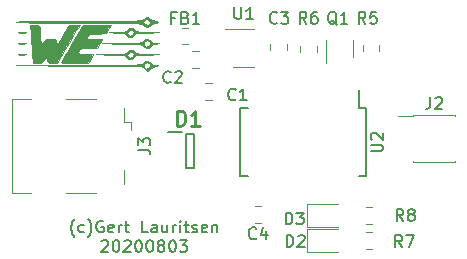
<source format=gbr>
G04 #@! TF.GenerationSoftware,KiCad,Pcbnew,(5.1.6)-1*
G04 #@! TF.CreationDate,2020-08-17T23:15:29+02:00*
G04 #@! TF.ProjectId,Programmer,50726f67-7261-46d6-9d65-722e6b696361,rev?*
G04 #@! TF.SameCoordinates,Original*
G04 #@! TF.FileFunction,Legend,Top*
G04 #@! TF.FilePolarity,Positive*
%FSLAX46Y46*%
G04 Gerber Fmt 4.6, Leading zero omitted, Abs format (unit mm)*
G04 Created by KiCad (PCBNEW (5.1.6)-1) date 2020-08-17 23:15:29*
%MOMM*%
%LPD*%
G01*
G04 APERTURE LIST*
%ADD10C,0.150000*%
%ADD11C,0.010000*%
%ADD12C,0.200000*%
%ADD13C,0.120000*%
%ADD14C,0.254000*%
G04 APERTURE END LIST*
D10*
X110695238Y-87008333D02*
X110647619Y-86960714D01*
X110552380Y-86817857D01*
X110504761Y-86722619D01*
X110457142Y-86579761D01*
X110409523Y-86341666D01*
X110409523Y-86151190D01*
X110457142Y-85913095D01*
X110504761Y-85770238D01*
X110552380Y-85675000D01*
X110647619Y-85532142D01*
X110695238Y-85484523D01*
X111504761Y-86579761D02*
X111409523Y-86627380D01*
X111219047Y-86627380D01*
X111123809Y-86579761D01*
X111076190Y-86532142D01*
X111028571Y-86436904D01*
X111028571Y-86151190D01*
X111076190Y-86055952D01*
X111123809Y-86008333D01*
X111219047Y-85960714D01*
X111409523Y-85960714D01*
X111504761Y-86008333D01*
X111838095Y-87008333D02*
X111885714Y-86960714D01*
X111980952Y-86817857D01*
X112028571Y-86722619D01*
X112076190Y-86579761D01*
X112123809Y-86341666D01*
X112123809Y-86151190D01*
X112076190Y-85913095D01*
X112028571Y-85770238D01*
X111980952Y-85675000D01*
X111885714Y-85532142D01*
X111838095Y-85484523D01*
X113123809Y-85675000D02*
X113028571Y-85627380D01*
X112885714Y-85627380D01*
X112742857Y-85675000D01*
X112647619Y-85770238D01*
X112600000Y-85865476D01*
X112552380Y-86055952D01*
X112552380Y-86198809D01*
X112600000Y-86389285D01*
X112647619Y-86484523D01*
X112742857Y-86579761D01*
X112885714Y-86627380D01*
X112980952Y-86627380D01*
X113123809Y-86579761D01*
X113171428Y-86532142D01*
X113171428Y-86198809D01*
X112980952Y-86198809D01*
X113980952Y-86579761D02*
X113885714Y-86627380D01*
X113695238Y-86627380D01*
X113600000Y-86579761D01*
X113552380Y-86484523D01*
X113552380Y-86103571D01*
X113600000Y-86008333D01*
X113695238Y-85960714D01*
X113885714Y-85960714D01*
X113980952Y-86008333D01*
X114028571Y-86103571D01*
X114028571Y-86198809D01*
X113552380Y-86294047D01*
X114457142Y-86627380D02*
X114457142Y-85960714D01*
X114457142Y-86151190D02*
X114504761Y-86055952D01*
X114552380Y-86008333D01*
X114647619Y-85960714D01*
X114742857Y-85960714D01*
X114933333Y-85960714D02*
X115314285Y-85960714D01*
X115076190Y-85627380D02*
X115076190Y-86484523D01*
X115123809Y-86579761D01*
X115219047Y-86627380D01*
X115314285Y-86627380D01*
X116885714Y-86627380D02*
X116409523Y-86627380D01*
X116409523Y-85627380D01*
X117647619Y-86627380D02*
X117647619Y-86103571D01*
X117600000Y-86008333D01*
X117504761Y-85960714D01*
X117314285Y-85960714D01*
X117219047Y-86008333D01*
X117647619Y-86579761D02*
X117552380Y-86627380D01*
X117314285Y-86627380D01*
X117219047Y-86579761D01*
X117171428Y-86484523D01*
X117171428Y-86389285D01*
X117219047Y-86294047D01*
X117314285Y-86246428D01*
X117552380Y-86246428D01*
X117647619Y-86198809D01*
X118552380Y-85960714D02*
X118552380Y-86627380D01*
X118123809Y-85960714D02*
X118123809Y-86484523D01*
X118171428Y-86579761D01*
X118266666Y-86627380D01*
X118409523Y-86627380D01*
X118504761Y-86579761D01*
X118552380Y-86532142D01*
X119028571Y-86627380D02*
X119028571Y-85960714D01*
X119028571Y-86151190D02*
X119076190Y-86055952D01*
X119123809Y-86008333D01*
X119219047Y-85960714D01*
X119314285Y-85960714D01*
X119647619Y-86627380D02*
X119647619Y-85960714D01*
X119647619Y-85627380D02*
X119600000Y-85675000D01*
X119647619Y-85722619D01*
X119695238Y-85675000D01*
X119647619Y-85627380D01*
X119647619Y-85722619D01*
X119980952Y-85960714D02*
X120361904Y-85960714D01*
X120123809Y-85627380D02*
X120123809Y-86484523D01*
X120171428Y-86579761D01*
X120266666Y-86627380D01*
X120361904Y-86627380D01*
X120647619Y-86579761D02*
X120742857Y-86627380D01*
X120933333Y-86627380D01*
X121028571Y-86579761D01*
X121076190Y-86484523D01*
X121076190Y-86436904D01*
X121028571Y-86341666D01*
X120933333Y-86294047D01*
X120790476Y-86294047D01*
X120695238Y-86246428D01*
X120647619Y-86151190D01*
X120647619Y-86103571D01*
X120695238Y-86008333D01*
X120790476Y-85960714D01*
X120933333Y-85960714D01*
X121028571Y-86008333D01*
X121885714Y-86579761D02*
X121790476Y-86627380D01*
X121600000Y-86627380D01*
X121504761Y-86579761D01*
X121457142Y-86484523D01*
X121457142Y-86103571D01*
X121504761Y-86008333D01*
X121600000Y-85960714D01*
X121790476Y-85960714D01*
X121885714Y-86008333D01*
X121933333Y-86103571D01*
X121933333Y-86198809D01*
X121457142Y-86294047D01*
X122361904Y-85960714D02*
X122361904Y-86627380D01*
X122361904Y-86055952D02*
X122409523Y-86008333D01*
X122504761Y-85960714D01*
X122647619Y-85960714D01*
X122742857Y-86008333D01*
X122790476Y-86103571D01*
X122790476Y-86627380D01*
X112980952Y-87372619D02*
X113028571Y-87325000D01*
X113123809Y-87277380D01*
X113361904Y-87277380D01*
X113457142Y-87325000D01*
X113504761Y-87372619D01*
X113552380Y-87467857D01*
X113552380Y-87563095D01*
X113504761Y-87705952D01*
X112933333Y-88277380D01*
X113552380Y-88277380D01*
X114171428Y-87277380D02*
X114266666Y-87277380D01*
X114361904Y-87325000D01*
X114409523Y-87372619D01*
X114457142Y-87467857D01*
X114504761Y-87658333D01*
X114504761Y-87896428D01*
X114457142Y-88086904D01*
X114409523Y-88182142D01*
X114361904Y-88229761D01*
X114266666Y-88277380D01*
X114171428Y-88277380D01*
X114076190Y-88229761D01*
X114028571Y-88182142D01*
X113980952Y-88086904D01*
X113933333Y-87896428D01*
X113933333Y-87658333D01*
X113980952Y-87467857D01*
X114028571Y-87372619D01*
X114076190Y-87325000D01*
X114171428Y-87277380D01*
X114885714Y-87372619D02*
X114933333Y-87325000D01*
X115028571Y-87277380D01*
X115266666Y-87277380D01*
X115361904Y-87325000D01*
X115409523Y-87372619D01*
X115457142Y-87467857D01*
X115457142Y-87563095D01*
X115409523Y-87705952D01*
X114838095Y-88277380D01*
X115457142Y-88277380D01*
X116076190Y-87277380D02*
X116171428Y-87277380D01*
X116266666Y-87325000D01*
X116314285Y-87372619D01*
X116361904Y-87467857D01*
X116409523Y-87658333D01*
X116409523Y-87896428D01*
X116361904Y-88086904D01*
X116314285Y-88182142D01*
X116266666Y-88229761D01*
X116171428Y-88277380D01*
X116076190Y-88277380D01*
X115980952Y-88229761D01*
X115933333Y-88182142D01*
X115885714Y-88086904D01*
X115838095Y-87896428D01*
X115838095Y-87658333D01*
X115885714Y-87467857D01*
X115933333Y-87372619D01*
X115980952Y-87325000D01*
X116076190Y-87277380D01*
X117028571Y-87277380D02*
X117123809Y-87277380D01*
X117219047Y-87325000D01*
X117266666Y-87372619D01*
X117314285Y-87467857D01*
X117361904Y-87658333D01*
X117361904Y-87896428D01*
X117314285Y-88086904D01*
X117266666Y-88182142D01*
X117219047Y-88229761D01*
X117123809Y-88277380D01*
X117028571Y-88277380D01*
X116933333Y-88229761D01*
X116885714Y-88182142D01*
X116838095Y-88086904D01*
X116790476Y-87896428D01*
X116790476Y-87658333D01*
X116838095Y-87467857D01*
X116885714Y-87372619D01*
X116933333Y-87325000D01*
X117028571Y-87277380D01*
X117933333Y-87705952D02*
X117838095Y-87658333D01*
X117790476Y-87610714D01*
X117742857Y-87515476D01*
X117742857Y-87467857D01*
X117790476Y-87372619D01*
X117838095Y-87325000D01*
X117933333Y-87277380D01*
X118123809Y-87277380D01*
X118219047Y-87325000D01*
X118266666Y-87372619D01*
X118314285Y-87467857D01*
X118314285Y-87515476D01*
X118266666Y-87610714D01*
X118219047Y-87658333D01*
X118123809Y-87705952D01*
X117933333Y-87705952D01*
X117838095Y-87753571D01*
X117790476Y-87801190D01*
X117742857Y-87896428D01*
X117742857Y-88086904D01*
X117790476Y-88182142D01*
X117838095Y-88229761D01*
X117933333Y-88277380D01*
X118123809Y-88277380D01*
X118219047Y-88229761D01*
X118266666Y-88182142D01*
X118314285Y-88086904D01*
X118314285Y-87896428D01*
X118266666Y-87801190D01*
X118219047Y-87753571D01*
X118123809Y-87705952D01*
X118933333Y-87277380D02*
X119028571Y-87277380D01*
X119123809Y-87325000D01*
X119171428Y-87372619D01*
X119219047Y-87467857D01*
X119266666Y-87658333D01*
X119266666Y-87896428D01*
X119219047Y-88086904D01*
X119171428Y-88182142D01*
X119123809Y-88229761D01*
X119028571Y-88277380D01*
X118933333Y-88277380D01*
X118838095Y-88229761D01*
X118790476Y-88182142D01*
X118742857Y-88086904D01*
X118695238Y-87896428D01*
X118695238Y-87658333D01*
X118742857Y-87467857D01*
X118790476Y-87372619D01*
X118838095Y-87325000D01*
X118933333Y-87277380D01*
X119600000Y-87277380D02*
X120219047Y-87277380D01*
X119885714Y-87658333D01*
X120028571Y-87658333D01*
X120123809Y-87705952D01*
X120171428Y-87753571D01*
X120219047Y-87848809D01*
X120219047Y-88086904D01*
X120171428Y-88182142D01*
X120123809Y-88229761D01*
X120028571Y-88277380D01*
X119742857Y-88277380D01*
X119647619Y-88229761D01*
X119600000Y-88182142D01*
D11*
G36*
X117032200Y-72167028D02*
G01*
X117138315Y-72270000D01*
X117326156Y-72413415D01*
X117541199Y-72452019D01*
X117726931Y-72461934D01*
X117750965Y-72474132D01*
X117620833Y-72496756D01*
X117587193Y-72501743D01*
X117347416Y-72591664D01*
X117146736Y-72743057D01*
X116965626Y-72904095D01*
X116813601Y-72926509D01*
X116637738Y-72809686D01*
X116561271Y-72736301D01*
X116350239Y-72525270D01*
X111040620Y-72502820D01*
X105731000Y-72480371D01*
X111065800Y-72459852D01*
X112147744Y-72455572D01*
X113072915Y-72451397D01*
X113853875Y-72446889D01*
X114503183Y-72441609D01*
X115033399Y-72435120D01*
X115457085Y-72426982D01*
X115786800Y-72416759D01*
X116035105Y-72404011D01*
X116072832Y-72400708D01*
X116559450Y-72400708D01*
X116566507Y-72576679D01*
X116614952Y-72656164D01*
X116779794Y-72755850D01*
X116959021Y-72739533D01*
X117083721Y-72620984D01*
X117101586Y-72558924D01*
X117065484Y-72365651D01*
X116996830Y-72274286D01*
X116817758Y-72206366D01*
X116657583Y-72262889D01*
X116559450Y-72400708D01*
X116072832Y-72400708D01*
X116214560Y-72388300D01*
X116337725Y-72369187D01*
X116417161Y-72346235D01*
X116465428Y-72319006D01*
X116495085Y-72287060D01*
X116506351Y-72270000D01*
X116673461Y-72134341D01*
X116822333Y-72100667D01*
X117032200Y-72167028D01*
G37*
X117032200Y-72167028D02*
X117138315Y-72270000D01*
X117326156Y-72413415D01*
X117541199Y-72452019D01*
X117726931Y-72461934D01*
X117750965Y-72474132D01*
X117620833Y-72496756D01*
X117587193Y-72501743D01*
X117347416Y-72591664D01*
X117146736Y-72743057D01*
X116965626Y-72904095D01*
X116813601Y-72926509D01*
X116637738Y-72809686D01*
X116561271Y-72736301D01*
X116350239Y-72525270D01*
X111040620Y-72502820D01*
X105731000Y-72480371D01*
X111065800Y-72459852D01*
X112147744Y-72455572D01*
X113072915Y-72451397D01*
X113853875Y-72446889D01*
X114503183Y-72441609D01*
X115033399Y-72435120D01*
X115457085Y-72426982D01*
X115786800Y-72416759D01*
X116035105Y-72404011D01*
X116072832Y-72400708D01*
X116559450Y-72400708D01*
X116566507Y-72576679D01*
X116614952Y-72656164D01*
X116779794Y-72755850D01*
X116959021Y-72739533D01*
X117083721Y-72620984D01*
X117101586Y-72558924D01*
X117065484Y-72365651D01*
X116996830Y-72274286D01*
X116817758Y-72206366D01*
X116657583Y-72262889D01*
X116559450Y-72400708D01*
X116072832Y-72400708D01*
X116214560Y-72388300D01*
X116337725Y-72369187D01*
X116417161Y-72346235D01*
X116465428Y-72319006D01*
X116495085Y-72287060D01*
X116506351Y-72270000D01*
X116673461Y-72134341D01*
X116822333Y-72100667D01*
X117032200Y-72167028D01*
G36*
X107532408Y-69061673D02*
G01*
X107671006Y-69108193D01*
X107752495Y-69221480D01*
X107791955Y-69430787D01*
X107804469Y-69765365D01*
X107805333Y-69990925D01*
X107814043Y-70303685D01*
X107837173Y-70538563D01*
X107870222Y-70655295D01*
X107880262Y-70661333D01*
X107975467Y-70597619D01*
X108093881Y-70449667D01*
X108208409Y-70317996D01*
X108364716Y-70255133D01*
X108623403Y-70238075D01*
X108651531Y-70238000D01*
X108903427Y-70245531D01*
X109037759Y-70287078D01*
X109106202Y-70391067D01*
X109140143Y-70506793D01*
X109172245Y-70616572D01*
X109209182Y-70663379D01*
X109267340Y-70630337D01*
X109363107Y-70500566D01*
X109512871Y-70257187D01*
X109714064Y-69915646D01*
X110218333Y-69055705D01*
X110669739Y-69054186D01*
X111121144Y-69052667D01*
X110955075Y-69327833D01*
X110858693Y-69489599D01*
X110694220Y-69767858D01*
X110479119Y-70132973D01*
X110230854Y-70555306D01*
X110007172Y-70936500D01*
X109225339Y-72270000D01*
X108814090Y-72270000D01*
X108564897Y-72262091D01*
X108432033Y-72218394D01*
X108362596Y-72108951D01*
X108328166Y-71994833D01*
X108253490Y-71719667D01*
X108092912Y-71994298D01*
X107973759Y-72165403D01*
X107837664Y-72245748D01*
X107617391Y-72268753D01*
X107539299Y-72269465D01*
X107146266Y-72270000D01*
X107093127Y-71402167D01*
X107063374Y-70924014D01*
X107030258Y-70403878D01*
X106999515Y-69931495D01*
X106990339Y-69793500D01*
X106940690Y-69052667D01*
X107321620Y-69052666D01*
X107532408Y-69061673D01*
G37*
X107532408Y-69061673D02*
X107671006Y-69108193D01*
X107752495Y-69221480D01*
X107791955Y-69430787D01*
X107804469Y-69765365D01*
X107805333Y-69990925D01*
X107814043Y-70303685D01*
X107837173Y-70538563D01*
X107870222Y-70655295D01*
X107880262Y-70661333D01*
X107975467Y-70597619D01*
X108093881Y-70449667D01*
X108208409Y-70317996D01*
X108364716Y-70255133D01*
X108623403Y-70238075D01*
X108651531Y-70238000D01*
X108903427Y-70245531D01*
X109037759Y-70287078D01*
X109106202Y-70391067D01*
X109140143Y-70506793D01*
X109172245Y-70616572D01*
X109209182Y-70663379D01*
X109267340Y-70630337D01*
X109363107Y-70500566D01*
X109512871Y-70257187D01*
X109714064Y-69915646D01*
X110218333Y-69055705D01*
X110669739Y-69054186D01*
X111121144Y-69052667D01*
X110955075Y-69327833D01*
X110858693Y-69489599D01*
X110694220Y-69767858D01*
X110479119Y-70132973D01*
X110230854Y-70555306D01*
X110007172Y-70936500D01*
X109225339Y-72270000D01*
X108814090Y-72270000D01*
X108564897Y-72262091D01*
X108432033Y-72218394D01*
X108362596Y-72108951D01*
X108328166Y-71994833D01*
X108253490Y-71719667D01*
X108092912Y-71994298D01*
X107973759Y-72165403D01*
X107837664Y-72245748D01*
X107617391Y-72268753D01*
X107539299Y-72269465D01*
X107146266Y-72270000D01*
X107093127Y-71402167D01*
X107063374Y-70924014D01*
X107030258Y-70403878D01*
X106999515Y-69931495D01*
X106990339Y-69793500D01*
X106940690Y-69052667D01*
X107321620Y-69052666D01*
X107532408Y-69061673D01*
G36*
X113536985Y-69412500D02*
G01*
X113324775Y-69772333D01*
X112618221Y-69795891D01*
X112236890Y-69817339D01*
X111991719Y-69855415D01*
X111849829Y-69916773D01*
X111805833Y-69960240D01*
X111725278Y-70089798D01*
X111733795Y-70171799D01*
X111852955Y-70216765D01*
X112104330Y-70235220D01*
X112375249Y-70238000D01*
X113050498Y-70238000D01*
X112820365Y-70619000D01*
X112590233Y-71000000D01*
X111895917Y-71000000D01*
X111545528Y-71004683D01*
X111323223Y-71024978D01*
X111187867Y-71070255D01*
X111098327Y-71149884D01*
X111069801Y-71188172D01*
X110971737Y-71348997D01*
X110938000Y-71438748D01*
X111015940Y-71470735D01*
X111222902Y-71500199D01*
X111518593Y-71521909D01*
X111607873Y-71525742D01*
X112277747Y-71550333D01*
X112064943Y-71910167D01*
X111852139Y-72270000D01*
X110717736Y-72270000D01*
X110301616Y-72266480D01*
X109954088Y-72256835D01*
X109706119Y-72242434D01*
X109588673Y-72224651D01*
X109583333Y-72219776D01*
X109624199Y-72134995D01*
X109738471Y-71926346D01*
X109913657Y-71615890D01*
X110137269Y-71225692D01*
X110396815Y-70777811D01*
X110493500Y-70612082D01*
X111403667Y-69054611D01*
X112576430Y-69053639D01*
X113749194Y-69052667D01*
X113536985Y-69412500D01*
G37*
X113536985Y-69412500D02*
X113324775Y-69772333D01*
X112618221Y-69795891D01*
X112236890Y-69817339D01*
X111991719Y-69855415D01*
X111849829Y-69916773D01*
X111805833Y-69960240D01*
X111725278Y-70089798D01*
X111733795Y-70171799D01*
X111852955Y-70216765D01*
X112104330Y-70235220D01*
X112375249Y-70238000D01*
X113050498Y-70238000D01*
X112820365Y-70619000D01*
X112590233Y-71000000D01*
X111895917Y-71000000D01*
X111545528Y-71004683D01*
X111323223Y-71024978D01*
X111187867Y-71070255D01*
X111098327Y-71149884D01*
X111069801Y-71188172D01*
X110971737Y-71348997D01*
X110938000Y-71438748D01*
X111015940Y-71470735D01*
X111222902Y-71500199D01*
X111518593Y-71521909D01*
X111607873Y-71525742D01*
X112277747Y-71550333D01*
X112064943Y-71910167D01*
X111852139Y-72270000D01*
X110717736Y-72270000D01*
X110301616Y-72266480D01*
X109954088Y-72256835D01*
X109706119Y-72242434D01*
X109588673Y-72224651D01*
X109583333Y-72219776D01*
X109624199Y-72134995D01*
X109738471Y-71926346D01*
X109913657Y-71615890D01*
X110137269Y-71225692D01*
X110396815Y-70777811D01*
X110493500Y-70612082D01*
X111403667Y-69054611D01*
X112576430Y-69053639D01*
X113749194Y-69052667D01*
X113536985Y-69412500D01*
G36*
X115744370Y-71286078D02*
G01*
X115786295Y-71335751D01*
X115856344Y-71409234D01*
X115966084Y-71459547D01*
X116147679Y-71492431D01*
X116433289Y-71513629D01*
X116855079Y-71528882D01*
X116870596Y-71529320D01*
X117838333Y-71556470D01*
X116852558Y-71574568D01*
X116405764Y-71587504D01*
X116103450Y-71609181D01*
X115920849Y-71642948D01*
X115833194Y-71692153D01*
X115820174Y-71714128D01*
X115676061Y-71881500D01*
X115452174Y-71952509D01*
X115288944Y-71928413D01*
X115123121Y-71818884D01*
X115059644Y-71729035D01*
X115013551Y-71676125D01*
X114905696Y-71637340D01*
X114815664Y-71624528D01*
X115177573Y-71624528D01*
X115247092Y-71769598D01*
X115393335Y-71840032D01*
X115570492Y-71807659D01*
X115685223Y-71712570D01*
X115750779Y-71549820D01*
X115707529Y-71437403D01*
X115548597Y-71313825D01*
X115359510Y-71322630D01*
X115230586Y-71432992D01*
X115177573Y-71624528D01*
X114815664Y-71624528D01*
X114711534Y-71609710D01*
X114406520Y-71590263D01*
X113966110Y-71576029D01*
X113756700Y-71571339D01*
X112504333Y-71545444D01*
X113775134Y-71526722D01*
X114267673Y-71517824D01*
X114618183Y-71505516D01*
X114853966Y-71486068D01*
X115002327Y-71455751D01*
X115090567Y-71410834D01*
X115145991Y-71347587D01*
X115151684Y-71338667D01*
X115323606Y-71200255D01*
X115544511Y-71182618D01*
X115744370Y-71286078D01*
G37*
X115744370Y-71286078D02*
X115786295Y-71335751D01*
X115856344Y-71409234D01*
X115966084Y-71459547D01*
X116147679Y-71492431D01*
X116433289Y-71513629D01*
X116855079Y-71528882D01*
X116870596Y-71529320D01*
X117838333Y-71556470D01*
X116852558Y-71574568D01*
X116405764Y-71587504D01*
X116103450Y-71609181D01*
X115920849Y-71642948D01*
X115833194Y-71692153D01*
X115820174Y-71714128D01*
X115676061Y-71881500D01*
X115452174Y-71952509D01*
X115288944Y-71928413D01*
X115123121Y-71818884D01*
X115059644Y-71729035D01*
X115013551Y-71676125D01*
X114905696Y-71637340D01*
X114815664Y-71624528D01*
X115177573Y-71624528D01*
X115247092Y-71769598D01*
X115393335Y-71840032D01*
X115570492Y-71807659D01*
X115685223Y-71712570D01*
X115750779Y-71549820D01*
X115707529Y-71437403D01*
X115548597Y-71313825D01*
X115359510Y-71322630D01*
X115230586Y-71432992D01*
X115177573Y-71624528D01*
X114815664Y-71624528D01*
X114711534Y-71609710D01*
X114406520Y-71590263D01*
X113966110Y-71576029D01*
X113756700Y-71571339D01*
X112504333Y-71545444D01*
X113775134Y-71526722D01*
X114267673Y-71517824D01*
X114618183Y-71505516D01*
X114853966Y-71486068D01*
X115002327Y-71455751D01*
X115090567Y-71410834D01*
X115145991Y-71347587D01*
X115151684Y-71338667D01*
X115323606Y-71200255D01*
X115544511Y-71182618D01*
X115744370Y-71286078D01*
G36*
X106556500Y-71531419D02*
G01*
X106620402Y-71548020D01*
X106533961Y-71560164D01*
X106316157Y-71565497D01*
X106281333Y-71565567D01*
X106048728Y-71561232D01*
X105945159Y-71549796D01*
X105989605Y-71533615D01*
X106006167Y-71531419D01*
X106303052Y-71517407D01*
X106556500Y-71531419D01*
G37*
X106556500Y-71531419D02*
X106620402Y-71548020D01*
X106533961Y-71560164D01*
X106316157Y-71565497D01*
X106281333Y-71565567D01*
X106048728Y-71561232D01*
X105945159Y-71549796D01*
X105989605Y-71533615D01*
X106006167Y-71531419D01*
X106303052Y-71517407D01*
X106556500Y-71531419D01*
G36*
X117032200Y-70304361D02*
G01*
X117138315Y-70407333D01*
X117325923Y-70550775D01*
X117541199Y-70590216D01*
X117838333Y-70603766D01*
X117563279Y-70637906D01*
X117345926Y-70706311D01*
X117207000Y-70823841D01*
X117206127Y-70825447D01*
X117037488Y-70996537D01*
X116818075Y-71021518D01*
X116587067Y-70897743D01*
X116556934Y-70869297D01*
X116481618Y-70799328D01*
X116398801Y-70747051D01*
X116283702Y-70709436D01*
X116111539Y-70683451D01*
X115857529Y-70666066D01*
X115496892Y-70654251D01*
X115004845Y-70644975D01*
X114682434Y-70640054D01*
X113012333Y-70615208D01*
X114706467Y-70595937D01*
X115284444Y-70588418D01*
X115716299Y-70579227D01*
X116025244Y-70565931D01*
X116234488Y-70546098D01*
X116271620Y-70538042D01*
X116559450Y-70538042D01*
X116566507Y-70714012D01*
X116614952Y-70793497D01*
X116779794Y-70893183D01*
X116959021Y-70876866D01*
X117083721Y-70758318D01*
X117101586Y-70696258D01*
X117065484Y-70502984D01*
X116996830Y-70411619D01*
X116817758Y-70343699D01*
X116657583Y-70400222D01*
X116559450Y-70538042D01*
X116271620Y-70538042D01*
X116367242Y-70517297D01*
X116446716Y-70477095D01*
X116496121Y-70423059D01*
X116506351Y-70407333D01*
X116673461Y-70271674D01*
X116822333Y-70238000D01*
X117032200Y-70304361D01*
G37*
X117032200Y-70304361D02*
X117138315Y-70407333D01*
X117325923Y-70550775D01*
X117541199Y-70590216D01*
X117838333Y-70603766D01*
X117563279Y-70637906D01*
X117345926Y-70706311D01*
X117207000Y-70823841D01*
X117206127Y-70825447D01*
X117037488Y-70996537D01*
X116818075Y-71021518D01*
X116587067Y-70897743D01*
X116556934Y-70869297D01*
X116481618Y-70799328D01*
X116398801Y-70747051D01*
X116283702Y-70709436D01*
X116111539Y-70683451D01*
X115857529Y-70666066D01*
X115496892Y-70654251D01*
X115004845Y-70644975D01*
X114682434Y-70640054D01*
X113012333Y-70615208D01*
X114706467Y-70595937D01*
X115284444Y-70588418D01*
X115716299Y-70579227D01*
X116025244Y-70565931D01*
X116234488Y-70546098D01*
X116271620Y-70538042D01*
X116559450Y-70538042D01*
X116566507Y-70714012D01*
X116614952Y-70793497D01*
X116779794Y-70893183D01*
X116959021Y-70876866D01*
X117083721Y-70758318D01*
X117101586Y-70696258D01*
X117065484Y-70502984D01*
X116996830Y-70411619D01*
X116817758Y-70343699D01*
X116657583Y-70400222D01*
X116559450Y-70538042D01*
X116271620Y-70538042D01*
X116367242Y-70517297D01*
X116446716Y-70477095D01*
X116496121Y-70423059D01*
X116506351Y-70407333D01*
X116673461Y-70271674D01*
X116822333Y-70238000D01*
X117032200Y-70304361D01*
G36*
X106556500Y-70600086D02*
G01*
X106620402Y-70616686D01*
X106533961Y-70628831D01*
X106316157Y-70634163D01*
X106281333Y-70634234D01*
X106048728Y-70629898D01*
X105945159Y-70618463D01*
X105989605Y-70602282D01*
X106006167Y-70600086D01*
X106303052Y-70586074D01*
X106556500Y-70600086D01*
G37*
X106556500Y-70600086D02*
X106620402Y-70616686D01*
X106533961Y-70628831D01*
X106316157Y-70634163D01*
X106281333Y-70634234D01*
X106048728Y-70629898D01*
X105945159Y-70618463D01*
X105989605Y-70602282D01*
X106006167Y-70600086D01*
X106303052Y-70586074D01*
X106556500Y-70600086D01*
G36*
X115744370Y-69423411D02*
G01*
X115786295Y-69473084D01*
X115856344Y-69546567D01*
X115966084Y-69596880D01*
X116147679Y-69629764D01*
X116433289Y-69650962D01*
X116855079Y-69666215D01*
X116870596Y-69666653D01*
X117838333Y-69693804D01*
X116852558Y-69711902D01*
X116405764Y-69724837D01*
X116103450Y-69746515D01*
X115920849Y-69780282D01*
X115833194Y-69829487D01*
X115820174Y-69851461D01*
X115676061Y-70018834D01*
X115452174Y-70089843D01*
X115288944Y-70065747D01*
X115123376Y-69956781D01*
X115060106Y-69867573D01*
X114990091Y-69797295D01*
X114866009Y-69761861D01*
X115177573Y-69761861D01*
X115247092Y-69906931D01*
X115393335Y-69977365D01*
X115570492Y-69944993D01*
X115685223Y-69849903D01*
X115750779Y-69687153D01*
X115707529Y-69574736D01*
X115548597Y-69451159D01*
X115359510Y-69459963D01*
X115230586Y-69570325D01*
X115177573Y-69761861D01*
X114866009Y-69761861D01*
X114825143Y-69750191D01*
X114536321Y-69720140D01*
X114307496Y-69708389D01*
X113605000Y-69679800D01*
X114325467Y-69662567D01*
X114687381Y-69648613D01*
X114918047Y-69622084D01*
X115055505Y-69574391D01*
X115137793Y-69496944D01*
X115151684Y-69476000D01*
X115323606Y-69337588D01*
X115544511Y-69319951D01*
X115744370Y-69423411D01*
G37*
X115744370Y-69423411D02*
X115786295Y-69473084D01*
X115856344Y-69546567D01*
X115966084Y-69596880D01*
X116147679Y-69629764D01*
X116433289Y-69650962D01*
X116855079Y-69666215D01*
X116870596Y-69666653D01*
X117838333Y-69693804D01*
X116852558Y-69711902D01*
X116405764Y-69724837D01*
X116103450Y-69746515D01*
X115920849Y-69780282D01*
X115833194Y-69829487D01*
X115820174Y-69851461D01*
X115676061Y-70018834D01*
X115452174Y-70089843D01*
X115288944Y-70065747D01*
X115123376Y-69956781D01*
X115060106Y-69867573D01*
X114990091Y-69797295D01*
X114866009Y-69761861D01*
X115177573Y-69761861D01*
X115247092Y-69906931D01*
X115393335Y-69977365D01*
X115570492Y-69944993D01*
X115685223Y-69849903D01*
X115750779Y-69687153D01*
X115707529Y-69574736D01*
X115548597Y-69451159D01*
X115359510Y-69459963D01*
X115230586Y-69570325D01*
X115177573Y-69761861D01*
X114866009Y-69761861D01*
X114825143Y-69750191D01*
X114536321Y-69720140D01*
X114307496Y-69708389D01*
X113605000Y-69679800D01*
X114325467Y-69662567D01*
X114687381Y-69648613D01*
X114918047Y-69622084D01*
X115055505Y-69574391D01*
X115137793Y-69496944D01*
X115151684Y-69476000D01*
X115323606Y-69337588D01*
X115544511Y-69319951D01*
X115744370Y-69423411D01*
G36*
X106515683Y-69669503D02*
G01*
X106562449Y-69687146D01*
X106461711Y-69699464D01*
X106239000Y-69703764D01*
X106021722Y-69698676D01*
X105938024Y-69686153D01*
X106005657Y-69668892D01*
X106007683Y-69668639D01*
X106283794Y-69654813D01*
X106515683Y-69669503D01*
G37*
X106515683Y-69669503D02*
X106562449Y-69687146D01*
X106461711Y-69699464D01*
X106239000Y-69703764D01*
X106021722Y-69698676D01*
X105938024Y-69686153D01*
X106005657Y-69668892D01*
X106007683Y-69668639D01*
X106283794Y-69654813D01*
X106515683Y-69669503D01*
G36*
X116946147Y-68414295D02*
G01*
X117118667Y-68544666D01*
X117332245Y-68672127D01*
X117542000Y-68714000D01*
X117720342Y-68738524D01*
X117795980Y-68797613D01*
X117796000Y-68798667D01*
X117721957Y-68856228D01*
X117541541Y-68883077D01*
X117520033Y-68883333D01*
X117252746Y-68942691D01*
X117138315Y-69052667D01*
X116988089Y-69187038D01*
X116863949Y-69222000D01*
X116680218Y-69164561D01*
X116526000Y-69052667D01*
X116487574Y-69018191D01*
X116438029Y-68988742D01*
X116364597Y-68963923D01*
X116254512Y-68943340D01*
X116095008Y-68926596D01*
X115873319Y-68913295D01*
X115576678Y-68903041D01*
X115192319Y-68895439D01*
X114707476Y-68890092D01*
X114109381Y-68886606D01*
X113385270Y-68884583D01*
X112522375Y-68883629D01*
X111507930Y-68883347D01*
X111065000Y-68883333D01*
X109845483Y-68881984D01*
X108781492Y-68877957D01*
X107874989Y-68871284D01*
X107127934Y-68861995D01*
X106542288Y-68850124D01*
X106120013Y-68835700D01*
X105863069Y-68818755D01*
X105840147Y-68813786D01*
X116527296Y-68813786D01*
X116579378Y-68912775D01*
X116658880Y-69004118D01*
X116830064Y-69083045D01*
X116996028Y-69033043D01*
X117096905Y-68885458D01*
X117102638Y-68771771D01*
X117015531Y-68616496D01*
X116853704Y-68556784D01*
X116679028Y-68588119D01*
X116553374Y-68705980D01*
X116527296Y-68813786D01*
X105840147Y-68813786D01*
X105773418Y-68799321D01*
X105773333Y-68798667D01*
X105857666Y-68779192D01*
X106109367Y-68762196D01*
X106526486Y-68747710D01*
X107107075Y-68735764D01*
X107849186Y-68726389D01*
X108750871Y-68719616D01*
X109810181Y-68715477D01*
X111025167Y-68714003D01*
X111088517Y-68714000D01*
X112168443Y-68713879D01*
X113091714Y-68713254D01*
X113871008Y-68711732D01*
X114519004Y-68708920D01*
X115048380Y-68704424D01*
X115471814Y-68697851D01*
X115801984Y-68688809D01*
X116051569Y-68676903D01*
X116233248Y-68661742D01*
X116359697Y-68642931D01*
X116443596Y-68620077D01*
X116497624Y-68592787D01*
X116534457Y-68560669D01*
X116548688Y-68544666D01*
X116744470Y-68396473D01*
X116946147Y-68414295D01*
G37*
X116946147Y-68414295D02*
X117118667Y-68544666D01*
X117332245Y-68672127D01*
X117542000Y-68714000D01*
X117720342Y-68738524D01*
X117795980Y-68797613D01*
X117796000Y-68798667D01*
X117721957Y-68856228D01*
X117541541Y-68883077D01*
X117520033Y-68883333D01*
X117252746Y-68942691D01*
X117138315Y-69052667D01*
X116988089Y-69187038D01*
X116863949Y-69222000D01*
X116680218Y-69164561D01*
X116526000Y-69052667D01*
X116487574Y-69018191D01*
X116438029Y-68988742D01*
X116364597Y-68963923D01*
X116254512Y-68943340D01*
X116095008Y-68926596D01*
X115873319Y-68913295D01*
X115576678Y-68903041D01*
X115192319Y-68895439D01*
X114707476Y-68890092D01*
X114109381Y-68886606D01*
X113385270Y-68884583D01*
X112522375Y-68883629D01*
X111507930Y-68883347D01*
X111065000Y-68883333D01*
X109845483Y-68881984D01*
X108781492Y-68877957D01*
X107874989Y-68871284D01*
X107127934Y-68861995D01*
X106542288Y-68850124D01*
X106120013Y-68835700D01*
X105863069Y-68818755D01*
X105840147Y-68813786D01*
X116527296Y-68813786D01*
X116579378Y-68912775D01*
X116658880Y-69004118D01*
X116830064Y-69083045D01*
X116996028Y-69033043D01*
X117096905Y-68885458D01*
X117102638Y-68771771D01*
X117015531Y-68616496D01*
X116853704Y-68556784D01*
X116679028Y-68588119D01*
X116553374Y-68705980D01*
X116527296Y-68813786D01*
X105840147Y-68813786D01*
X105773418Y-68799321D01*
X105773333Y-68798667D01*
X105857666Y-68779192D01*
X106109367Y-68762196D01*
X106526486Y-68747710D01*
X107107075Y-68735764D01*
X107849186Y-68726389D01*
X108750871Y-68719616D01*
X109810181Y-68715477D01*
X111025167Y-68714003D01*
X111088517Y-68714000D01*
X112168443Y-68713879D01*
X113091714Y-68713254D01*
X113871008Y-68711732D01*
X114519004Y-68708920D01*
X115048380Y-68704424D01*
X115471814Y-68697851D01*
X115801984Y-68688809D01*
X116051569Y-68676903D01*
X116233248Y-68661742D01*
X116359697Y-68642931D01*
X116443596Y-68620077D01*
X116497624Y-68592787D01*
X116534457Y-68560669D01*
X116548688Y-68544666D01*
X116744470Y-68396473D01*
X116946147Y-68414295D01*
D12*
X120125000Y-78300000D02*
X120775000Y-78300000D01*
X120775000Y-78300000D02*
X120775000Y-81200000D01*
X120775000Y-81200000D02*
X120125000Y-81200000D01*
X120125000Y-81200000D02*
X120125000Y-78300000D01*
X118625000Y-78150000D02*
X119775000Y-78150000D01*
D13*
X109950000Y-75340000D02*
X112550000Y-75340000D01*
X112550000Y-83260000D02*
X109950000Y-83260000D01*
X114860000Y-76100000D02*
X114860000Y-77250000D01*
X114860000Y-77250000D02*
X115450000Y-77250000D01*
X115450000Y-77250000D02*
X115450000Y-77950000D01*
X114860000Y-81350000D02*
X114860000Y-82500000D01*
X107050000Y-75340000D02*
X105390000Y-75340000D01*
X105390000Y-75340000D02*
X105390000Y-83260000D01*
X105390000Y-83260000D02*
X107050000Y-83260000D01*
X133037500Y-84240000D02*
X130352500Y-84240000D01*
X130352500Y-84240000D02*
X130352500Y-86160000D01*
X130352500Y-86160000D02*
X133037500Y-86160000D01*
X135378922Y-84490000D02*
X135896078Y-84490000D01*
X135378922Y-85910000D02*
X135896078Y-85910000D01*
X135378922Y-86590000D02*
X135896078Y-86590000D01*
X135378922Y-88010000D02*
X135896078Y-88010000D01*
X133037500Y-86340000D02*
X130352500Y-86340000D01*
X130352500Y-86340000D02*
X130352500Y-88260000D01*
X130352500Y-88260000D02*
X133037500Y-88260000D01*
D10*
X134825000Y-76125000D02*
X134825000Y-74525000D01*
X124750000Y-76125000D02*
X124750000Y-81875000D01*
X135400000Y-76125000D02*
X135400000Y-81875000D01*
X124750000Y-76125000D02*
X125400000Y-76125000D01*
X124750000Y-81875000D02*
X125400000Y-81875000D01*
X135400000Y-81875000D02*
X134750000Y-81875000D01*
X135400000Y-76125000D02*
X134825000Y-76125000D01*
D13*
X125900000Y-69390000D02*
X123450000Y-69390000D01*
X124100000Y-72610000D02*
X125900000Y-72610000D01*
X129790000Y-70803922D02*
X129790000Y-71321078D01*
X131210000Y-70803922D02*
X131210000Y-71321078D01*
X136510000Y-71296078D02*
X136510000Y-70778922D01*
X135090000Y-71296078D02*
X135090000Y-70778922D01*
X134310000Y-71750000D02*
X134310000Y-70350000D01*
X131990000Y-70350000D02*
X131990000Y-72250000D01*
X142915000Y-80570000D02*
X142915000Y-80635000D01*
X139385000Y-80570000D02*
X139385000Y-80635000D01*
X142915000Y-76705000D02*
X142915000Y-76770000D01*
X139385000Y-76705000D02*
X139385000Y-76770000D01*
X138060000Y-76770000D02*
X139385000Y-76770000D01*
X139385000Y-80635000D02*
X142915000Y-80635000D01*
X139385000Y-76705000D02*
X142915000Y-76705000D01*
X120321078Y-69290000D02*
X119803922Y-69290000D01*
X120321078Y-70710000D02*
X119803922Y-70710000D01*
X126496078Y-84390000D02*
X125978922Y-84390000D01*
X126496078Y-85810000D02*
X125978922Y-85810000D01*
X127290000Y-70678922D02*
X127290000Y-71196078D01*
X128710000Y-70678922D02*
X128710000Y-71196078D01*
X121196078Y-71290000D02*
X120678922Y-71290000D01*
X121196078Y-72710000D02*
X120678922Y-72710000D01*
X121778922Y-75410000D02*
X122296078Y-75410000D01*
X121778922Y-73990000D02*
X122296078Y-73990000D01*
D14*
X119362619Y-77574523D02*
X119362619Y-76304523D01*
X119665000Y-76304523D01*
X119846428Y-76365000D01*
X119967380Y-76485952D01*
X120027857Y-76606904D01*
X120088333Y-76848809D01*
X120088333Y-77030238D01*
X120027857Y-77272142D01*
X119967380Y-77393095D01*
X119846428Y-77514047D01*
X119665000Y-77574523D01*
X119362619Y-77574523D01*
X121297857Y-77574523D02*
X120572142Y-77574523D01*
X120935000Y-77574523D02*
X120935000Y-76304523D01*
X120814047Y-76485952D01*
X120693095Y-76606904D01*
X120572142Y-76667380D01*
D10*
X116102380Y-79633333D02*
X116816666Y-79633333D01*
X116959523Y-79680952D01*
X117054761Y-79776190D01*
X117102380Y-79919047D01*
X117102380Y-80014285D01*
X116102380Y-79252380D02*
X116102380Y-78633333D01*
X116483333Y-78966666D01*
X116483333Y-78823809D01*
X116530952Y-78728571D01*
X116578571Y-78680952D01*
X116673809Y-78633333D01*
X116911904Y-78633333D01*
X117007142Y-78680952D01*
X117054761Y-78728571D01*
X117102380Y-78823809D01*
X117102380Y-79109523D01*
X117054761Y-79204761D01*
X117007142Y-79252380D01*
X128561904Y-85952380D02*
X128561904Y-84952380D01*
X128800000Y-84952380D01*
X128942857Y-85000000D01*
X129038095Y-85095238D01*
X129085714Y-85190476D01*
X129133333Y-85380952D01*
X129133333Y-85523809D01*
X129085714Y-85714285D01*
X129038095Y-85809523D01*
X128942857Y-85904761D01*
X128800000Y-85952380D01*
X128561904Y-85952380D01*
X129466666Y-84952380D02*
X130085714Y-84952380D01*
X129752380Y-85333333D01*
X129895238Y-85333333D01*
X129990476Y-85380952D01*
X130038095Y-85428571D01*
X130085714Y-85523809D01*
X130085714Y-85761904D01*
X130038095Y-85857142D01*
X129990476Y-85904761D01*
X129895238Y-85952380D01*
X129609523Y-85952380D01*
X129514285Y-85904761D01*
X129466666Y-85857142D01*
X138533333Y-85652380D02*
X138200000Y-85176190D01*
X137961904Y-85652380D02*
X137961904Y-84652380D01*
X138342857Y-84652380D01*
X138438095Y-84700000D01*
X138485714Y-84747619D01*
X138533333Y-84842857D01*
X138533333Y-84985714D01*
X138485714Y-85080952D01*
X138438095Y-85128571D01*
X138342857Y-85176190D01*
X137961904Y-85176190D01*
X139104761Y-85080952D02*
X139009523Y-85033333D01*
X138961904Y-84985714D01*
X138914285Y-84890476D01*
X138914285Y-84842857D01*
X138961904Y-84747619D01*
X139009523Y-84700000D01*
X139104761Y-84652380D01*
X139295238Y-84652380D01*
X139390476Y-84700000D01*
X139438095Y-84747619D01*
X139485714Y-84842857D01*
X139485714Y-84890476D01*
X139438095Y-84985714D01*
X139390476Y-85033333D01*
X139295238Y-85080952D01*
X139104761Y-85080952D01*
X139009523Y-85128571D01*
X138961904Y-85176190D01*
X138914285Y-85271428D01*
X138914285Y-85461904D01*
X138961904Y-85557142D01*
X139009523Y-85604761D01*
X139104761Y-85652380D01*
X139295238Y-85652380D01*
X139390476Y-85604761D01*
X139438095Y-85557142D01*
X139485714Y-85461904D01*
X139485714Y-85271428D01*
X139438095Y-85176190D01*
X139390476Y-85128571D01*
X139295238Y-85080952D01*
X138433333Y-87852380D02*
X138100000Y-87376190D01*
X137861904Y-87852380D02*
X137861904Y-86852380D01*
X138242857Y-86852380D01*
X138338095Y-86900000D01*
X138385714Y-86947619D01*
X138433333Y-87042857D01*
X138433333Y-87185714D01*
X138385714Y-87280952D01*
X138338095Y-87328571D01*
X138242857Y-87376190D01*
X137861904Y-87376190D01*
X138766666Y-86852380D02*
X139433333Y-86852380D01*
X139004761Y-87852380D01*
X128661904Y-87852380D02*
X128661904Y-86852380D01*
X128900000Y-86852380D01*
X129042857Y-86900000D01*
X129138095Y-86995238D01*
X129185714Y-87090476D01*
X129233333Y-87280952D01*
X129233333Y-87423809D01*
X129185714Y-87614285D01*
X129138095Y-87709523D01*
X129042857Y-87804761D01*
X128900000Y-87852380D01*
X128661904Y-87852380D01*
X129614285Y-86947619D02*
X129661904Y-86900000D01*
X129757142Y-86852380D01*
X129995238Y-86852380D01*
X130090476Y-86900000D01*
X130138095Y-86947619D01*
X130185714Y-87042857D01*
X130185714Y-87138095D01*
X130138095Y-87280952D01*
X129566666Y-87852380D01*
X130185714Y-87852380D01*
X135777380Y-79761904D02*
X136586904Y-79761904D01*
X136682142Y-79714285D01*
X136729761Y-79666666D01*
X136777380Y-79571428D01*
X136777380Y-79380952D01*
X136729761Y-79285714D01*
X136682142Y-79238095D01*
X136586904Y-79190476D01*
X135777380Y-79190476D01*
X135872619Y-78761904D02*
X135825000Y-78714285D01*
X135777380Y-78619047D01*
X135777380Y-78380952D01*
X135825000Y-78285714D01*
X135872619Y-78238095D01*
X135967857Y-78190476D01*
X136063095Y-78190476D01*
X136205952Y-78238095D01*
X136777380Y-78809523D01*
X136777380Y-78190476D01*
X124238095Y-67552380D02*
X124238095Y-68361904D01*
X124285714Y-68457142D01*
X124333333Y-68504761D01*
X124428571Y-68552380D01*
X124619047Y-68552380D01*
X124714285Y-68504761D01*
X124761904Y-68457142D01*
X124809523Y-68361904D01*
X124809523Y-67552380D01*
X125809523Y-68552380D02*
X125238095Y-68552380D01*
X125523809Y-68552380D02*
X125523809Y-67552380D01*
X125428571Y-67695238D01*
X125333333Y-67790476D01*
X125238095Y-67838095D01*
X130333333Y-68952380D02*
X130000000Y-68476190D01*
X129761904Y-68952380D02*
X129761904Y-67952380D01*
X130142857Y-67952380D01*
X130238095Y-68000000D01*
X130285714Y-68047619D01*
X130333333Y-68142857D01*
X130333333Y-68285714D01*
X130285714Y-68380952D01*
X130238095Y-68428571D01*
X130142857Y-68476190D01*
X129761904Y-68476190D01*
X131190476Y-67952380D02*
X131000000Y-67952380D01*
X130904761Y-68000000D01*
X130857142Y-68047619D01*
X130761904Y-68190476D01*
X130714285Y-68380952D01*
X130714285Y-68761904D01*
X130761904Y-68857142D01*
X130809523Y-68904761D01*
X130904761Y-68952380D01*
X131095238Y-68952380D01*
X131190476Y-68904761D01*
X131238095Y-68857142D01*
X131285714Y-68761904D01*
X131285714Y-68523809D01*
X131238095Y-68428571D01*
X131190476Y-68380952D01*
X131095238Y-68333333D01*
X130904761Y-68333333D01*
X130809523Y-68380952D01*
X130761904Y-68428571D01*
X130714285Y-68523809D01*
X135333333Y-68952380D02*
X135000000Y-68476190D01*
X134761904Y-68952380D02*
X134761904Y-67952380D01*
X135142857Y-67952380D01*
X135238095Y-68000000D01*
X135285714Y-68047619D01*
X135333333Y-68142857D01*
X135333333Y-68285714D01*
X135285714Y-68380952D01*
X135238095Y-68428571D01*
X135142857Y-68476190D01*
X134761904Y-68476190D01*
X136238095Y-67952380D02*
X135761904Y-67952380D01*
X135714285Y-68428571D01*
X135761904Y-68380952D01*
X135857142Y-68333333D01*
X136095238Y-68333333D01*
X136190476Y-68380952D01*
X136238095Y-68428571D01*
X136285714Y-68523809D01*
X136285714Y-68761904D01*
X136238095Y-68857142D01*
X136190476Y-68904761D01*
X136095238Y-68952380D01*
X135857142Y-68952380D01*
X135761904Y-68904761D01*
X135714285Y-68857142D01*
X132904761Y-69047619D02*
X132809523Y-69000000D01*
X132714285Y-68904761D01*
X132571428Y-68761904D01*
X132476190Y-68714285D01*
X132380952Y-68714285D01*
X132428571Y-68952380D02*
X132333333Y-68904761D01*
X132238095Y-68809523D01*
X132190476Y-68619047D01*
X132190476Y-68285714D01*
X132238095Y-68095238D01*
X132333333Y-68000000D01*
X132428571Y-67952380D01*
X132619047Y-67952380D01*
X132714285Y-68000000D01*
X132809523Y-68095238D01*
X132857142Y-68285714D01*
X132857142Y-68619047D01*
X132809523Y-68809523D01*
X132714285Y-68904761D01*
X132619047Y-68952380D01*
X132428571Y-68952380D01*
X133809523Y-68952380D02*
X133238095Y-68952380D01*
X133523809Y-68952380D02*
X133523809Y-67952380D01*
X133428571Y-68095238D01*
X133333333Y-68190476D01*
X133238095Y-68238095D01*
X140816666Y-75157380D02*
X140816666Y-75871666D01*
X140769047Y-76014523D01*
X140673809Y-76109761D01*
X140530952Y-76157380D01*
X140435714Y-76157380D01*
X141245238Y-75252619D02*
X141292857Y-75205000D01*
X141388095Y-75157380D01*
X141626190Y-75157380D01*
X141721428Y-75205000D01*
X141769047Y-75252619D01*
X141816666Y-75347857D01*
X141816666Y-75443095D01*
X141769047Y-75585952D01*
X141197619Y-76157380D01*
X141816666Y-76157380D01*
X119229166Y-68428571D02*
X118895833Y-68428571D01*
X118895833Y-68952380D02*
X118895833Y-67952380D01*
X119372023Y-67952380D01*
X120086309Y-68428571D02*
X120229166Y-68476190D01*
X120276785Y-68523809D01*
X120324404Y-68619047D01*
X120324404Y-68761904D01*
X120276785Y-68857142D01*
X120229166Y-68904761D01*
X120133928Y-68952380D01*
X119752976Y-68952380D01*
X119752976Y-67952380D01*
X120086309Y-67952380D01*
X120181547Y-68000000D01*
X120229166Y-68047619D01*
X120276785Y-68142857D01*
X120276785Y-68238095D01*
X120229166Y-68333333D01*
X120181547Y-68380952D01*
X120086309Y-68428571D01*
X119752976Y-68428571D01*
X121276785Y-68952380D02*
X120705357Y-68952380D01*
X120991071Y-68952380D02*
X120991071Y-67952380D01*
X120895833Y-68095238D01*
X120800595Y-68190476D01*
X120705357Y-68238095D01*
X126070833Y-87107142D02*
X126023214Y-87154761D01*
X125880357Y-87202380D01*
X125785119Y-87202380D01*
X125642261Y-87154761D01*
X125547023Y-87059523D01*
X125499404Y-86964285D01*
X125451785Y-86773809D01*
X125451785Y-86630952D01*
X125499404Y-86440476D01*
X125547023Y-86345238D01*
X125642261Y-86250000D01*
X125785119Y-86202380D01*
X125880357Y-86202380D01*
X126023214Y-86250000D01*
X126070833Y-86297619D01*
X126927976Y-86535714D02*
X126927976Y-87202380D01*
X126689880Y-86154761D02*
X126451785Y-86869047D01*
X127070833Y-86869047D01*
X127833333Y-68857142D02*
X127785714Y-68904761D01*
X127642857Y-68952380D01*
X127547619Y-68952380D01*
X127404761Y-68904761D01*
X127309523Y-68809523D01*
X127261904Y-68714285D01*
X127214285Y-68523809D01*
X127214285Y-68380952D01*
X127261904Y-68190476D01*
X127309523Y-68095238D01*
X127404761Y-68000000D01*
X127547619Y-67952380D01*
X127642857Y-67952380D01*
X127785714Y-68000000D01*
X127833333Y-68047619D01*
X128166666Y-67952380D02*
X128785714Y-67952380D01*
X128452380Y-68333333D01*
X128595238Y-68333333D01*
X128690476Y-68380952D01*
X128738095Y-68428571D01*
X128785714Y-68523809D01*
X128785714Y-68761904D01*
X128738095Y-68857142D01*
X128690476Y-68904761D01*
X128595238Y-68952380D01*
X128309523Y-68952380D01*
X128214285Y-68904761D01*
X128166666Y-68857142D01*
X118833333Y-73857142D02*
X118785714Y-73904761D01*
X118642857Y-73952380D01*
X118547619Y-73952380D01*
X118404761Y-73904761D01*
X118309523Y-73809523D01*
X118261904Y-73714285D01*
X118214285Y-73523809D01*
X118214285Y-73380952D01*
X118261904Y-73190476D01*
X118309523Y-73095238D01*
X118404761Y-73000000D01*
X118547619Y-72952380D01*
X118642857Y-72952380D01*
X118785714Y-73000000D01*
X118833333Y-73047619D01*
X119214285Y-73047619D02*
X119261904Y-73000000D01*
X119357142Y-72952380D01*
X119595238Y-72952380D01*
X119690476Y-73000000D01*
X119738095Y-73047619D01*
X119785714Y-73142857D01*
X119785714Y-73238095D01*
X119738095Y-73380952D01*
X119166666Y-73952380D01*
X119785714Y-73952380D01*
X124333333Y-75357142D02*
X124285714Y-75404761D01*
X124142857Y-75452380D01*
X124047619Y-75452380D01*
X123904761Y-75404761D01*
X123809523Y-75309523D01*
X123761904Y-75214285D01*
X123714285Y-75023809D01*
X123714285Y-74880952D01*
X123761904Y-74690476D01*
X123809523Y-74595238D01*
X123904761Y-74500000D01*
X124047619Y-74452380D01*
X124142857Y-74452380D01*
X124285714Y-74500000D01*
X124333333Y-74547619D01*
X125285714Y-75452380D02*
X124714285Y-75452380D01*
X125000000Y-75452380D02*
X125000000Y-74452380D01*
X124904761Y-74595238D01*
X124809523Y-74690476D01*
X124714285Y-74738095D01*
M02*

</source>
